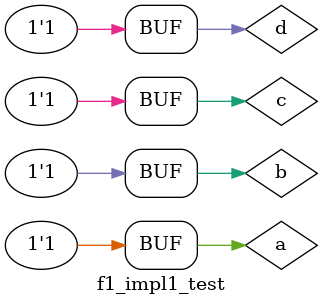
<source format=v>
`timescale 1ns / 1ps


module f1_impl1_test();
    reg     a,b,c,d;
    wire    f1;
    
    f1_impl1 uut(.a(a), .b(b), .c(c), .d(d), .f1(f1));
    
    initial begin
        a=0;    b=0;    c=0;    d=0;    #50;
        a=0;    b=0;    c=0;    d=1;    #50;
        a=0;    b=0;    c=1;    d=0;    #50;
        a=0;    b=0;    c=1;    d=1;    #50;
        a=0;    b=1;    c=0;    d=0;    #50;
        a=0;    b=1;    c=0;    d=1;    #50;
        a=0;    b=1;    c=1;    d=0;    #50;
        a=0;    b=1;    c=1;    d=1;    #50;
        a=1;    b=0;    c=0;    d=0;    #50;
        a=1;    b=0;    c=0;    d=1;    #50;
        a=1;    b=0;    c=1;    d=0;    #50;
        a=1;    b=0;    c=1;    d=1;    #50;
        a=1;    b=1;    c=0;    d=0;    #50;
        a=1;    b=1;    c=0;    d=1;    #50;
        a=1;    b=1;    c=1;    d=0;    #50;
        a=1;    b=1;    c=1;    d=1;    #50;
    end
endmodule

</source>
